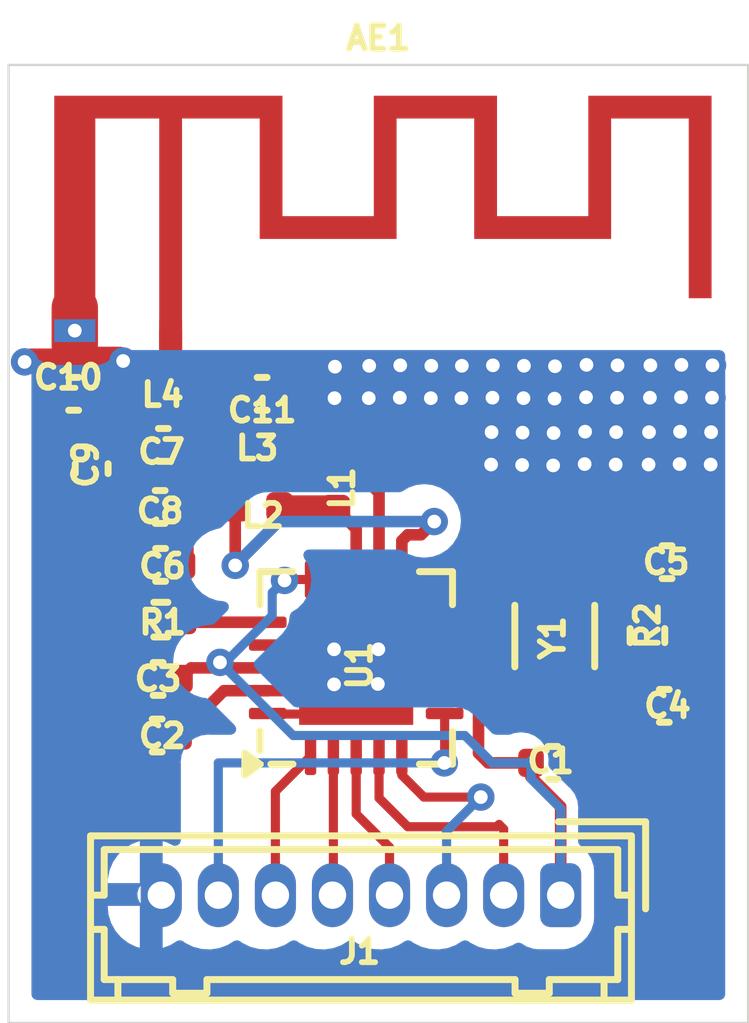
<source format=kicad_pcb>
(kicad_pcb (version 20240108) (generator "pcbnew") (generator_version "8.0")
  (layers (0 "F.Cu" signal) (31 "B.Cu" signal) (34 "B.Paste" user) (35 "F.Paste" user) (36 "B.SilkS" user "B.Silkscreen") (37 "F.SilkS" user "F.Silkscreen") (38 "B.Mask" user) (39 "F.Mask" user) (44 "Edge.Cuts" user))
  (net 0 "")
  (net 1 "Net-(AE1-A)")
  (net 2 "Net-(U1-XC2)")
  (net 3 "GND")
  (net 4 "VDD")
  (net 5 "Net-(U1-DVDD)")
  (net 6 "Net-(U1-VDD_PA)")
  (net 7 "Net-(U1-XC1)")
  (net 8 "Net-(J1-Pin_2)")
  (net 9 "Net-(J1-Pin_3)")
  (net 10 "Net-(J1-Pin_4)")
  (net 11 "Net-(J1-Pin_5)")
  (net 12 "Net-(J1-Pin_6)")
  (net 13 "Net-(J1-Pin_7)")
  (net 14 "Net-(U1-ANT1)")
  (net 15 "Net-(U1-ANT2)")
  (net 16 "Net-(U1-IREF)")
  (net 17 "Net-(C7-Pad1)")
  (net 18 "Net-(C10-Pad1)")
  (footprint "Capacitor_SMD:C_0402_1005Metric" (layer "F.Cu") (at 131.425 80.3)
    (property "Reference" "C1" (at -0.05 -0.04 0) (layer "F.SilkS") (effects (font (size 0.508 0.508) (thickness 0.1524))))
    (property "Value" "10n")
    (fp_line (start -0.107836 -0.36) (end 0.107836 -0.36) (stroke (width 0.1524)) (layer "F.SilkS"))
    (fp_line (start -0.107836 0.36) (end 0.107836 0.36) (stroke (width 0.1524)) (layer "F.SilkS"))
    (pad "1" smd roundrect (at -0.48 0) (size 0.56 0.62) (layers "F.Cu" "F.Paste" "F.Mask") (net 4 "VDD"))
    (pad "2" smd roundrect (at 0.48 0) (size 0.56 0.62) (layers "F.Cu" "F.Paste" "F.Mask") (net 3 "GND"))
  )
  (footprint "Capacitor_SMD:C_0402_1005Metric" (layer "F.Cu") (at 122.775 78.46 180)
    (property "Reference" "C3" (at 0 0 0) (layer "F.SilkS") (effects (font (size 0.508 0.508) (thickness 0.1524))))
    (property "Value" "1n")
    (fp_line (start -0.107836 0.36) (end 0.107836 0.36) (stroke (width 0.1524)) (layer "F.SilkS"))
    (fp_line (start -0.107836 -0.36) (end 0.107836 -0.36) (stroke (width 0.1524)) (layer "F.SilkS"))
    (pad "1" smd roundrect (at -0.48 0 180) (size 0.56 0.62) (layers "F.Cu" "F.Paste" "F.Mask") (net 4 "VDD"))
    (pad "2" smd roundrect (at 0.48 0 180) (size 0.56 0.62) (layers "F.Cu" "F.Paste" "F.Mask") (net 3 "GND"))
  )
  (footprint "Inductor_SMD:L_0402_1005Metric" (layer "F.Cu") (at 126.665 74.235 -90)
    (property "Reference" "L1" (at 0.045 -0.14 90) (layer "F.SilkS") (effects (font (size 0.508 0.508) (thickness 0.1524))))
    (property "Value" "8n2")
    (pad "1" smd roundrect (at -0.485 0 270) (size 0.59 0.64) (layers "F.Cu" "F.Paste" "F.Mask") (net 14 "Net-(U1-ANT1)"))
    (pad "2" smd roundrect (at 0.485 0 270) (size 0.59 0.64) (layers "F.Cu" "F.Paste" "F.Mask") (net 15 "Net-(U1-ANT2)"))
  )
  (footprint "Connector_Hirose:Hirose_DF13-08P-1.25DSA_1x08_P1.25mm_Vertical" (layer "F.Cu") (at 131.595 83.2 180)
    (property "Reference" "J1" (at 4.405 -1.24 0) (layer "F.SilkS") (effects (font (size 0.508 0.508) (thickness 0.1524))))
    (property "Value" "Conn_01x08_Pin")
    (fp_line (start 10.3 1.3) (end 10.3 -2.3) (stroke (width 0.1524)) (layer "F.SilkS"))
    (fp_line (start 10.3 -0.75) (end 10 -0.75) (stroke (width 0.1524)) (layer "F.SilkS"))
    (fp_line (start 10.3 -2.3) (end -1.55 -2.3) (stroke (width 0.1524)) (layer "F.SilkS"))
    (fp_line (start 10 1) (end 10 0) (stroke (width 0.1524)) (layer "F.SilkS"))
    (fp_line (start 10 0) (end 10.3 0) (stroke (width 0.1524)) (layer "F.SilkS"))
    (fp_line (start 10 -0.75) (end 10 -1.85) (stroke (width 0.1524)) (layer "F.SilkS"))
    (fp_line (start 10 -1.85) (end 9.7 -1.85) (stroke (width 0.1524)) (layer "F.SilkS"))
    (fp_line (start 9.7 -1.85) (end 9.7 -2.3) (stroke (width 0.1524)) (layer "F.SilkS"))
    (fp_line (start 8.5 -1.85) (end 9.7 -1.85) (stroke (width 0.1524)) (layer "F.SilkS"))
    (fp_line (start 8.5 -2.15) (end 8.5 -1.85) (stroke (width 0.1524)) (layer "F.SilkS"))
    (fp_line (start 7.75 -1.85) (end 7.75 -2.15) (stroke (width 0.1524)) (layer "F.SilkS"))
    (fp_line (start 7.75 -2.15) (end 8.5 -2.15) (stroke (width 0.1524)) (layer "F.SilkS"))
    (fp_line (start 1 -1.85) (end 7.75 -1.85) (stroke (width 0.1524)) (layer "F.SilkS"))
    (fp_line (start 1 -2.15) (end 1 -1.85) (stroke (width 0.1524)) (layer "F.SilkS"))
    (fp_line (start 0.25 -1.85) (end 0.25 -2.15) (stroke (width 0.1524)) (layer "F.SilkS"))
    (fp_line (start 0.25 -2.15) (end 1 -2.15) (stroke (width 0.1524)) (layer "F.SilkS"))
    (fp_line (start -0.95 -1.85) (end 0.25 -1.85) (stroke (width 0.1524)) (layer "F.SilkS"))
    (fp_line (start -0.95 -1.85) (end -0.95 -2.3) (stroke (width 0.1524)) (layer "F.SilkS"))
    (fp_line (start -1.25 1) (end 10 1) (stroke (width 0.1524)) (layer "F.SilkS"))
    (fp_line (start -1.25 0) (end -1.25 1) (stroke (width 0.1524)) (layer "F.SilkS"))
    (fp_line (start -1.25 -0.75) (end -1.25 -1.85) (stroke (width 0.1524)) (layer "F.SilkS"))
    (fp_line (start -1.25 -1.85) (end -0.95 -1.85) (stroke (width 0.1524)) (layer "F.SilkS"))
    (fp_line (start -1.55 1.3) (end 10.3 1.3) (stroke (width 0.1524)) (layer "F.SilkS"))
    (fp_line (start -1.55 0) (end -1.25 0) (stroke (width 0.1524)) (layer "F.SilkS"))
    (fp_line (start -1.55 -0.75) (end -1.25 -0.75) (stroke (width 0.1524)) (layer "F.SilkS"))
    (fp_line (start -1.55 -2.3) (end -1.55 1.3) (stroke (width 0.1524)) (layer "F.SilkS"))
    (fp_line (start -1.86 1.61) (end 0.05 1.61) (stroke (width 0.1524)) (layer "F.SilkS"))
    (fp_line (start -1.86 -0.3) (end -1.86 1.61) (stroke (width 0.1524)) (layer "F.SilkS"))
    (pad "1" thru_hole roundrect (at 0 0 180) (size 0.9 1.4) (drill 0.6) (layers "*.Cu" "*.Mask") (net 4 "VDD"))
    (pad "2" thru_hole oval (at 1.25 0 180) (size 0.9 1.4) (drill 0.6) (layers "*.Cu" "*.Mask") (net 8 "Net-(J1-Pin_2)"))
    (pad "3" thru_hole oval (at 2.5 0 180) (size 0.9 1.4) (drill 0.6) (layers "*.Cu" "*.Mask") (net 9 "Net-(J1-Pin_3)"))
    (pad "4" thru_hole oval (at 3.75 0 180) (size 0.9 1.4) (drill 0.6) (layers "*.Cu" "*.Mask") (net 10 "Net-(J1-Pin_4)"))
    (pad "5" thru_hole oval (at 5 0 180) (size 0.9 1.4) (drill 0.6) (layers "*.Cu" "*.Mask") (net 11 "Net-(J1-Pin_5)"))
    (pad "6" thru_hole oval (at 6.25 0 180) (size 0.9 1.4) (drill 0.6) (layers "*.Cu" "*.Mask") (net 12 "Net-(J1-Pin_6)"))
    (pad "7" thru_hole oval (at 7.5 0 180) (size 0.9 1.4) (drill 0.6) (layers "*.Cu" "*.Mask") (net 13 "Net-(J1-Pin_7)"))
    (pad "8" thru_hole oval (at 8.75 0 180) (size 0.9 1.4) (drill 0.6) (layers "*.Cu" "*.Mask") (net 3 "GND"))
  )
  (footprint "Resistor_SMD:R_0402_1005Metric" (layer "F.Cu") (at 133.495 77.51 90)
    (property "Reference" "R2" (at 0.22 0 90) (layer "F.SilkS") (effects (font (size 0.508 0.508) (thickness 0.1524))))
    (property "Value" "10M")
    (fp_line (start -0.153641 -0.38) (end 0.153641 -0.38) (stroke (width 0.1524)) (layer "F.SilkS"))
    (fp_line (start -0.153641 0.38) (end 0.153641 0.38) (stroke (width 0.1524)) (layer "F.SilkS"))
    (pad "1" smd roundrect (at -0.51 0 90) (size 0.54 0.64) (layers "F.Cu" "F.Paste" "F.Mask") (net 2 "Net-(U1-XC2)"))
    (pad "2" smd roundrect (at 0.51 0 90) (size 0.54 0.64) (layers "F.Cu" "F.Paste" "F.Mask") (net 7 "Net-(U1-XC1)"))
  )
  (footprint "Capacitor_SMD:C_0402_1005Metric" (layer "F.Cu") (at 122.89 73.33 180)
    (property "Reference" "C7" (at 0.04 -0.15 0) (layer "F.SilkS") (effects (font (size 0.508 0.508) (thickness 0.1524))))
    (property "Value" "1p5")
    (fp_line (start -0.107836 0.36) (end 0.107836 0.36) (stroke (width 0.1524)) (layer "F.SilkS"))
    (fp_line (start -0.107836 -0.36) (end 0.107836 -0.36) (stroke (width 0.1524)) (layer "F.SilkS"))
    (pad "1" smd roundrect (at -0.48 0 180) (size 0.56 0.62) (layers "F.Cu" "F.Paste" "F.Mask") (net 17 "Net-(C7-Pad1)"))
    (pad "2" smd roundrect (at 0.48 0 180) (size 0.56 0.62) (layers "F.Cu" "F.Paste" "F.Mask") (net 18 "Net-(C10-Pad1)"))
  )
  (footprint "Capacitor_SMD:C_0402_1005Metric" (layer "F.Cu") (at 122.82 74.69 180)
    (property "Reference" "C8" (at 0 -0.09 0) (layer "F.SilkS") (effects (font (size 0.508 0.508) (thickness 0.1524))))
    (property "Value" "~")
    (fp_line (start -0.107836 0.36) (end 0.107836 0.36) (stroke (width 0.1524)) (layer "F.SilkS"))
    (fp_line (start -0.107836 -0.36) (end 0.107836 -0.36) (stroke (width 0.1524)) (layer "F.SilkS"))
    (pad "1" smd roundrect (at -0.48 0 180) (size 0.56 0.62) (layers "F.Cu" "F.Paste" "F.Mask") (net 6 "Net-(U1-VDD_PA)"))
    (pad "2" smd roundrect (at 0.48 0 180) (size 0.56 0.62) (layers "F.Cu" "F.Paste" "F.Mask") (net 3 "GND"))
  )
  (footprint "Inductor_SMD:L_0402_1005Metric" (layer "F.Cu") (at 124.955 74.69 180)
    (property "Reference" "L2" (at -0.115 -0.19 0) (layer "F.SilkS") (effects (font (size 0.508 0.508) (thickness 0.1524))))
    (property "Value" "2n7")
    (pad "1" smd roundrect (at -0.485 0 180) (size 0.59 0.64) (layers "F.Cu" "F.Paste" "F.Mask") (net 15 "Net-(U1-ANT2)"))
    (pad "2" smd roundrect (at 0.485 0 180) (size 0.59 0.64) (layers "F.Cu" "F.Paste" "F.Mask") (net 6 "Net-(U1-VDD_PA)"))
  )
  (footprint "Capacitor_SMD:C_0402_1005Metric" (layer "F.Cu") (at 133.865 79.05)
    (property "Reference" "C4" (at 0.07 0 0) (layer "F.SilkS") (effects (font (size 0.508 0.508) (thickness 0.1524))))
    (property "Value" "22p")
    (fp_line (start -0.107836 -0.36) (end 0.107836 -0.36) (stroke (width 0.1524)) (layer "F.SilkS"))
    (fp_line (start -0.107836 0.36) (end 0.107836 0.36) (stroke (width 0.1524)) (layer "F.SilkS"))
    (pad "1" smd roundrect (at -0.48 0) (size 0.56 0.62) (layers "F.Cu" "F.Paste" "F.Mask") (net 2 "Net-(U1-XC2)"))
    (pad "2" smd roundrect (at 0.48 0) (size 0.56 0.62) (layers "F.Cu" "F.Paste" "F.Mask") (net 3 "GND"))
  )
  (footprint "Inductor_SMD:L_0402_1005Metric" (layer "F.Cu") (at 122.96 72.25)
    (property "Reference" "L4" (at -0.085 -0.02 0) (layer "F.SilkS") (effects (font (size 0.508 0.508) (thickness 0.1524))))
    (property "Value" "Lx")
    (pad "1" smd roundrect (at -0.485 0) (size 0.59 0.64) (layers "F.Cu" "F.Paste" "F.Mask") (net 18 "Net-(C10-Pad1)"))
    (pad "2" smd roundrect (at 0.485 0) (size 0.59 0.64) (layers "F.Cu" "F.Paste" "F.Mask") (net 1 "Net-(AE1-A)"))
  )
  (footprint "Resistor_SMD:R_0402_1005Metric" (layer "F.Cu") (at 122.835 77.16 180)
    (property "Reference" "R1" (at -0.04 -0.06 0) (layer "F.SilkS") (effects (font (size 0.508 0.508) (thickness 0.1524))))
    (property "Value" "22k")
    (fp_line (start -0.153641 0.38) (end 0.153641 0.38) (stroke (width 0.1524)) (layer "F.SilkS"))
    (fp_line (start -0.153641 -0.38) (end 0.153641 -0.38) (stroke (width 0.1524)) (layer "F.SilkS"))
    (pad "1" smd roundrect (at -0.51 0 180) (size 0.54 0.64) (layers "F.Cu" "F.Paste" "F.Mask") (net 16 "Net-(U1-IREF)"))
    (pad "2" smd roundrect (at 0.51 0 180) (size 0.54 0.64) (layers "F.Cu" "F.Paste" "F.Mask") (net 3 "GND"))
  )
  (footprint "Capacitor_SMD:C_0402_1005Metric" (layer "F.Cu") (at 122.755 79.7 180)
    (property "Reference" "C2" (at -0.11 -0.01 0) (layer "F.SilkS") (effects (font (size 0.508 0.508) (thickness 0.1524))))
    (property "Value" "33n")
    (fp_line (start -0.107836 0.36) (end 0.107836 0.36) (stroke (width 0.1524)) (layer "F.SilkS"))
    (fp_line (start -0.107836 -0.36) (end 0.107836 -0.36) (stroke (width 0.1524)) (layer "F.SilkS"))
    (pad "1" smd roundrect (at -0.48 0 180) (size 0.56 0.62) (layers "F.Cu" "F.Paste" "F.Mask") (net 5 "Net-(U1-DVDD)"))
    (pad "2" smd roundrect (at 0.48 0 180) (size 0.56 0.62) (layers "F.Cu" "F.Paste" "F.Mask") (net 3 "GND"))
  )
  (footprint "Crystal:Crystal_SMD_3215-2Pin_3.2x1.5mm" (layer "F.Cu") (at 131.465 77.52 -90)
    (property "Reference" "Y1" (at 0.04 0.05 90) (layer "F.SilkS") (effects (font (size 0.508 0.508) (thickness 0.1524))))
    (property "Value" "16MHz")
    (fp_line (start -0.675 0.875) (end 0.675 0.875) (stroke (width 0.1524)) (layer "F.SilkS"))
    (fp_line (start -0.675 -0.875) (end 0.675 -0.875) (stroke (width 0.1524)) (layer "F.SilkS"))
    (pad "1" smd rect (at 1.25 0 270) (size 1 1.8) (layers "F.Cu" "F.Paste" "F.Mask") (net 2 "Net-(U1-XC2)"))
    (pad "2" smd rect (at -1.25 0 270) (size 1 1.8) (layers "F.Cu" "F.Paste" "F.Mask") (net 7 "Net-(U1-XC1)"))
  )
  (footprint "Capacitor_SMD:C_0402_1005Metric" (layer "F.Cu") (at 125.055 72.21)
    (property "Reference" "C11" (at 0 0.36 0) (layer "F.SilkS") (effects (font (size 0.508 0.508) (thickness 0.1524))))
    (property "Value" "Cx")
    (fp_line (start -0.107836 -0.36) (end 0.107836 -0.36) (stroke (width 0.1524)) (layer "F.SilkS"))
    (fp_line (start -0.107836 0.36) (end 0.107836 0.36) (stroke (width 0.1524)) (layer "F.SilkS"))
    (pad "1" smd roundrect (at -0.48 0) (size 0.56 0.62) (layers "F.Cu" "F.Paste" "F.Mask") (net 1 "Net-(AE1-A)"))
    (pad "2" smd roundrect (at 0.48 0) (size 0.56 0.62) (layers "F.Cu" "F.Paste" "F.Mask") (net 3 "GND"))
  )
  (footprint "Capacitor_SMD:C_0402_1005Metric" (layer "F.Cu") (at 120.925 72.21 180)
    (property "Reference" "C10" (at 0.117836 0.36 0) (layer "F.SilkS") (effects (font (size 0.508 0.508) (thickness 0.1524))))
    (property "Value" "Cx")
    (fp_line (start -0.107836 0.36) (end 0.107836 0.36) (stroke (width 0.1524)) (layer "F.SilkS"))
    (fp_line (start -0.107836 -0.36) (end 0.107836 -0.36) (stroke (width 0.1524)) (layer "F.SilkS"))
    (pad "1" smd roundrect (at -0.48 0 180) (size 0.56 0.62) (layers "F.Cu" "F.Paste" "F.Mask") (net 18 "Net-(C10-Pad1)"))
    (pad "2" smd roundrect (at 0.48 0 180) (size 0.56 0.62) (layers "F.Cu" "F.Paste" "F.Mask") (net 3 "GND"))
  )
  (footprint "Capacitor_SMD:C_0402_1005Metric" (layer "F.Cu") (at 122.83 75.96 180)
    (property "Reference" "C6" (at -0.04 -0.03 0) (layer "F.SilkS") (effects (font (size 0.508 0.508) (thickness 0.1524))))
    (property "Value" "~")
    (fp_line (start -0.107836 0.36) (end 0.107836 0.36) (stroke (width 0.1524)) (layer "F.SilkS"))
    (fp_line (start -0.107836 -0.36) (end 0.107836 -0.36) (stroke (width 0.1524)) (layer "F.SilkS"))
    (pad "1" smd roundrect (at -0.48 0 180) (size 0.56 0.62) (layers "F.Cu" "F.Paste" "F.Mask") (net 6 "Net-(U1-VDD_PA)"))
    (pad "2" smd roundrect (at 0.48 0 180) (size 0.56 0.62) (layers "F.Cu" "F.Paste" "F.Mask") (net 3 "GND"))
  )
  (footprint "Capacitor_SMD:C_0402_1005Metric" (layer "F.Cu") (at 121.32 73.85 -90)
    (property "Reference" "C9" (at -0.09 0.13 90) (layer "F.SilkS") (effects (font (size 0.508 0.508) (thickness 0.1524))))
    (property "Value" "1p")
    (fp_line (start -0.107836 0.36) (end 0.107836 0.36) (stroke (width 0.1524)) (layer "F.SilkS"))
    (fp_line (start -0.107836 -0.36) (end 0.107836 -0.36) (stroke (width 0.1524)) (layer "F.SilkS"))
    (pad "1" smd roundrect (at -0.48 0 270) (size 0.56 0.62) (layers "F.Cu" "F.Paste" "F.Mask") (net 18 "Net-(C10-Pad1)"))
    (pad "2" smd roundrect (at 0.48 0 270) (size 0.56 0.62) (layers "F.Cu" "F.Paste" "F.Mask") (net 3 "GND"))
  )
  (footprint "Package_DFN_QFN:QFN-20-1EP_4x4mm_P0.5mm_EP2.5x2.5mm" (layer "F.Cu") (at 127.115 78.2175 90)
    (property "Reference" "U1" (at 0.05 0.0725 90) (layer "F.SilkS") (effects (font (size 0.508 0.508) (thickness 0.1524))))
    (property "Value" "NRF24L01")
    (fp_line (start 2.11 -2.11) (end 2.11 -1.385) (stroke (width 0.1524)) (layer "F.SilkS"))
    (fp_line (start 1.385 -2.11) (end 2.11 -2.11) (stroke (width 0.1524)) (layer "F.SilkS"))
    (fp_line (start -1.385 -2.11) (end -1.81 -2.11) (stroke (width 0.1524)) (layer "F.SilkS"))
    (fp_line (start -2.11 -1.385) (end -2.11 -1.87) (stroke (width 0.1524)) (layer "F.SilkS"))
    (fp_line (start 2.11 2.11) (end 2.11 1.385) (stroke (width 0.1524)) (layer "F.SilkS"))
    (fp_line (start 1.385 2.11) (end 2.11 2.11) (stroke (width 0.1524)) (layer "F.SilkS"))
    (fp_line (start -1.385 2.11) (end -2.11 2.11) (stroke (width 0.1524)) (layer "F.SilkS"))
    (fp_line (start -2.11 2.11) (end -2.11 1.385) (stroke (width 0.1524)) (layer "F.SilkS"))
    (fp_poly (pts (xy -2.11 -2.11) (xy -2.35 -2.44) (xy -1.87 -2.44) (xy -2.11 -2.11)) (stroke (width 0.1524)) (fill solid) (layer "F.SilkS"))
    (pad "1" smd roundrect (at -1.9375 -1 90) (size 0.825 0.25) (layers "F.Cu" "F.Paste" "F.Mask") (net 12 "Net-(J1-Pin_6)"))
    (pad "2" smd roundrect (at -1.9375 -0.5 90) (size 0.825 0.25) (layers "F.Cu" "F.Paste" "F.Mask") (net 11 "Net-(J1-Pin_5)"))
    (pad "3" smd roundrect (at -1.9375 0 90) (size 0.825 0.25) (layers "F.Cu" "F.Paste" "F.Mask") (net 10 "Net-(J1-Pin_4)"))
    (pad "4" smd roundrect (at -1.9375 0.5 90) (size 0.825 0.25) (layers "F.Cu" "F.Paste" "F.Mask") (net 8 "Net-(J1-Pin_2)"))
    (pad "5" smd roundrect (at -1.9375 1 90) (size 0.825 0.25) (layers "F.Cu" "F.Paste" "F.Mask") (net 9 "Net-(J1-Pin_3)"))
    (pad "6" smd roundrect (at -1 1.9375 90) (size 0.25 0.825) (layers "F.Cu" "F.Paste" "F.Mask") (net 13 "Net-(J1-Pin_7)"))
    (pad "7" smd roundrect (at -0.5 1.9375 90) (size 0.25 0.825) (layers "F.Cu" "F.Paste" "F.Mask") (net 4 "VDD"))
    (pad "8" smd roundrect (at 0 1.9375 90) (size 0.25 0.825) (layers "F.Cu" "F.Paste" "F.Mask") (net 3 "GND"))
    (pad "9" smd roundrect (at 0.5 1.9375 90) (size 0.25 0.825) (layers "F.Cu" "F.Paste" "F.Mask") (net 2 "Net-(U1-XC2)"))
    (pad "10" smd roundrect (at 1 1.9375 90) (size 0.25 0.825) (layers "F.Cu" "F.Paste" "F.Mask") (net 7 "Net-(U1-XC1)"))
    (pad "11" smd roundrect (at 1.9375 1 90) (size 0.825 0.25) (layers "F.Cu" "F.Paste" "F.Mask") (net 6 "Net-(U1-VDD_PA)"))
    (pad "12" smd roundrect (at 1.9375 0.5 90) (size 0.825 0.25) (layers "F.Cu" "F.Paste" "F.Mask") (net 14 "Net-(U1-ANT1)"))
    (pad "13" smd roundrect (at 1.9375 0 90) (size 0.825 0.25) (layers "F.Cu" "F.Paste" "F.Mask") (net 15 "Net-(U1-ANT2)"))
    (pad "14" smd roundrect (at 1.9375 -0.5 90) (size 0.825 0.25) (layers "F.Cu" "F.Paste" "F.Mask") (net 3 "GND"))
    (pad "15" smd roundrect (at 1.9375 -1 90) (size 0.825 0.25) (layers "F.Cu" "F.Paste" "F.Mask") (net 4 "VDD"))
    (pad "16" smd roundrect (at 1 -1.9375 90) (size 0.25 0.825) (layers "F.Cu" "F.Paste" "F.Mask") (net 16 "Net-(U1-IREF)"))
    (pad "17" smd roundrect (at 0.5 -1.9375 90) (size 0.25 0.825) (layers "F.Cu" "F.Paste" "F.Mask") (net 3 "GND"))
    (pad "18" smd roundrect (at 0 -1.9375 90) (size 0.25 0.825) (layers "F.Cu" "F.Paste" "F.Mask") (net 4 "VDD"))
    (pad "19" smd roundrect (at -0.5 -1.9375 90) (size 0.25 0.825) (layers "F.Cu" "F.Paste" "F.Mask") (net 5 "Net-(U1-DVDD)"))
    (pad "20" smd roundrect (at -1 -1.9375 90) (size 0.25 0.825) (layers "F.Cu" "F.Paste" "F.Mask") (net 3 "GND"))
    (pad "21" smd rect (at 0 0 90) (size 2.5 2.5) (property pad_prop_heatsink) (layers "F.Cu" "F.Mask"))
  )
  (footprint "RF_Antenna:Texas_SWRA117D_2.4GHz_Right" (layer "F.Cu") (at 123.05 70.825)
    (property "Reference" "AE1" (at 4.55 -6.41 0) (layer "F.SilkS") (effects (font (size 0.508 0.508) (thickness 0.1524))))
    (property "Value" "Antenna")
    (fp_poly (pts (xy 2.45 -2.51) (xy 4.45 -2.51) (xy 4.45 -5.15) (xy 7.15 -5.15) (xy 7.15 -2.51) (xy 9.15 -2.51) (xy 9.15 -5.15) (xy 11.85 -5.15) (xy 11.85 -0.71) (xy 11.35 -0.71) (xy 11.35 -4.65) (xy 9.65 -4.65) (xy 9.65 -2.01) (xy 6.65 -2.01) (xy 6.65 -4.65) (xy 4.95 -4.65) (xy 4.95 -2.01) (xy 1.95 -2.01) (xy 1.95 -4.65) (xy 0.25 -4.65) (xy 0.25 0.25) (xy -0.25 0.25) (xy -0.25 -4.65) (xy -1.65 -4.65) (xy -1.65 0.25) (xy -2.55 0.25) (xy -2.55 0.006785) (xy -2.247583 0.006785) (xy -2.237742 0.054395) (xy -2.213674 0.096797) (xy -2.175731 0.129581) (xy -2.167819 0.133935) (xy -2.125156 0.146043) (xy -2.076637 0.1453) (xy -2.031122 0.1324) (xy -2.012511 0.121787) (xy -1.978868 0.086553) (xy -1.958309 0.041368) (xy -1.951778 -0.008158) (xy -1.960218 -0.056417) (xy -1.977112 -0.088643) (xy -2.012372 -0.121313) (xy -2.057682 -0.141408) (xy -2.107267 -0.147982) (xy -2.155353 -0.140092) (xy -2.188245 -0.123186) (xy -2.223185 -0.086416) (xy -2.242847 -0.041622) (xy -2.247583 0.006785) (xy -2.55 0.006785) (xy -2.55 -5.15) (xy 2.45 -5.15) (xy 2.45 -2.51)) (fill solid) (layer "F.Cu"))
    (pad "1" connect rect (at 0 0) (size 0.5 0.5) (layers "F.Cu") (net 1 "Net-(AE1-A)"))
    (pad "2" thru_hole rect (at -2.1 0) (size 0.9 0.5) (drill 0.3) (layers "*.Cu"))
  )
  (footprint "Inductor_SMD:L_0402_1005Metric" (layer "F.Cu") (at 124.935 73.33 180)
    (property "Reference" "L3" (at -0.01 -0.07 0) (layer "F.SilkS") (effects (font (size 0.508 0.508) (thickness 0.1524))))
    (property "Value" "3n9")
    (pad "1" smd roundrect (at -0.485 0 180) (size 0.59 0.64) (layers "F.Cu" "F.Paste" "F.Mask") (net 14 "Net-(U1-ANT1)"))
    (pad "2" smd roundrect (at 0.485 0 180) (size 0.59 0.64) (layers "F.Cu" "F.Paste" "F.Mask") (net 17 "Net-(C7-Pad1)"))
  )
  (footprint "Capacitor_SMD:C_0402_1005Metric" (layer "F.Cu") (at 133.925 75.9)
    (property "Reference" "C5" (at -0.02 0 0) (layer "F.SilkS") (effects (font (size 0.508 0.508) (thickness 0.1524))))
    (property "Value" "22p")
    (fp_line (start -0.107836 -0.36) (end 0.107836 -0.36) (stroke (width 0.1524)) (layer "F.SilkS"))
    (fp_line (start -0.107836 0.36) (end 0.107836 0.36) (stroke (width 0.1524)) (layer "F.SilkS"))
    (pad "1" smd roundrect (at -0.48 0) (size 0.56 0.62) (layers "F.Cu" "F.Paste" "F.Mask") (net 7 "Net-(U1-XC1)"))
    (pad "2" smd roundrect (at 0.48 0) (size 0.56 0.62) (layers "F.Cu" "F.Paste" "F.Mask") (net 3 "GND"))
  )
  (gr_line (start 135.7 65) (end 135.7 86) (stroke (width 0.05)) (layer "Edge.Cuts"))
  (gr_line (start 135.7 86) (end 120.1 86) (stroke (width 0.05)) (layer "Edge.Cuts"))
  (gr_line (start 119.5 65) (end 119.5 86) (stroke (width 0.05)) (layer "Edge.Cuts"))
  (gr_line (start 119.5 86) (end 120.1 86) (stroke (width 0.05)) (layer "Edge.Cuts"))
  (gr_line (start 135.7 65) (end 119.5 65) (stroke (width 0.05)) (layer "Edge.Cuts"))
  (segment (start 123.05 70.825) (end 123.05 71.650262) (width 0.508) (layer "F.Cu") (net 1))
  (segment (start 124.535 72.25) (end 124.575 72.21) (width 0.2) (layer "F.Cu") (net 1))
  (segment (start 123.05 71.650262) (end 123.445 72.045262) (width 0.508) (layer "F.Cu") (net 1))
  (segment (start 123.445 72.25) (end 124.535 72.25) (width 0.508) (layer "F.Cu") (net 1))
  (segment (start 123.445 72.045262) (end 123.445 72.25) (width 0.508) (layer "F.Cu") (net 1))
  (segment (start 133.385 79.05) (end 131.745 79.05) (width 0.2) (layer "F.Cu") (net 2))
  (segment (start 130.4125 77.7175) (end 131.465 78.77) (width 0.2) (layer "F.Cu") (net 2))
  (segment (start 129.0525 77.7175) (end 130.4125 77.7175) (width 0.2) (layer "F.Cu") (net 2))
  (segment (start 133.385 78.13) (end 133.495 78.02) (width 0.2) (layer "F.Cu") (net 2))
  (segment (start 131.745 79.05) (end 131.465 78.77) (width 0.2) (layer "F.Cu") (net 2))
  (segment (start 133.385 79.05) (end 133.385 78.13) (width 0.2) (layer "F.Cu") (net 2))
  (segment (start 120.95 70.324738) (end 120.95 71.15) (width 1.016) (layer "F.Cu") (net 3))
  (segment (start 126.53 78.66) (end 126.53 79.2) (width 0.2) (layer "F.Cu") (net 3))
  (segment (start 128.95 78.2) (end 128.94 78.21) (width 0.2) (layer "F.Cu") (net 3))
  (segment (start 120.812631 71.47) (end 119.987369 71.47) (width 0.508) (layer "F.Cu") (net 3))
  (segment (start 126.57 77.75) (end 125.14 77.75) (width 0.2) (layer "F.Cu") (net 3))
  (segment (start 120.95 70.825) (end 120.95 71.89) (width 0) (layer "F.Cu") (net 3))
  (segment (start 126.49 79.23) (end 125.06 79.23) (width 0.2) (layer "F.Cu") (net 3))
  (segment (start 121.93 71.43) (end 121.104738 71.43) (width 0.508) (layer "F.Cu") (net 3))
  (segment (start 126.62 76.44) (end 126.62 77.87) (width 0.2) (layer "F.Cu") (net 3))
  (segment (start 120.95 70.825) (end 121.355 70.825) (width 0) (layer "F.Cu") (net 3))
  (segment (start 121.355 70.825) (end 121.666447 71.136447) (width 0) (layer "F.Cu") (net 3))
  (via (at 130.78 72.305) (size 0.6) (drill 0.3) (layers "F.Cu" "B.Cu") (net 3))
  (via (at 128.75 72.305) (size 0.6) (drill 0.3) (layers "F.Cu" "B.Cu") (net 3))
  (via (at 128.76 71.595) (size 0.6) (drill 0.3) (layers "F.Cu" "B.Cu") (net 3))
  (via (at 126.65 71.615) (size 0.6) (drill 0.3) (layers "F.Cu" "B.Cu") (net 3))
  (via (at 134.21 73.04) (size 0.6) (drill 0.3) (layers "F.Cu" "B.Cu") (net 3))
  (via (at 132.15 72.285) (size 0.6) (drill 0.3) (layers "F.Cu" "B.Cu") (net 3))
  (via (at 132.13 73.04) (size 0.6) (drill 0.3) (layers "F.Cu" "B.Cu") (net 3))
  (via (at 122.01 71.49) (size 0.6) (drill 0.3) (layers "F.Cu" "B.Cu") (net 3))
  (via (at 132.81 73.05) (size 0.6) (drill 0.3) (layers "F.Cu" "B.Cu") (net 3))
  (via (at 127.39 72.305) (size 0.6) (drill 0.3) (layers "F.Cu" "B.Cu") (net 3))
  (via (at 127.59 78.57) (size 0.6) (drill 0.3) (layers "F.Cu" "B.Cu") (net 3))
  (via (at 132.83 72.295) (size 0.6) (drill 0.3) (layers "F.Cu" "B.Cu") (net 3))
  (via (at 131.46 72.315) (size 0.6) (drill 0.3) (layers "F.Cu" "B.Cu") (net 3))
  (via (at 134.2 73.75) (size 0.6) (drill 0.3) (layers "F.Cu" "B.Cu") (net 3))
  (via (at 134.23 72.285) (size 0.6) (drill 0.3) (layers "F.Cu" "B.Cu") (net 3))
  (via (at 133.52 73.76) (size 0.6) (drill 0.3) (layers "F.Cu" "B.Cu") (net 3))
  (via (at 126.63 78.58) (size 0.6) (drill 0.3) (layers "F.Cu" "B.Cu") (net 3))
  (via (at 131.44 73.07) (size 0.6) (drill 0.3) (layers "F.Cu" "B.Cu") (net 3))
  (via (at 130.07 73.76) (size 0.6) (drill 0.3) (layers "F.Cu" "B.Cu") (net 3))
  (via (at 134.88 73.76) (size 0.6) (drill 0.3) (layers "F.Cu" "B.Cu") (net 3))
  (via (at 133.56 71.585) (size 0.6) (drill 0.3) (layers "F.Cu" "B.Cu") (net 3))
  (via (at 132.16 71.575) (size 0.6) (drill 0.3) (layers "F.Cu" "B.Cu") (net 3))
  (via (at 130.75 73.77) (size 0.6) (drill 0.3) (layers "F.Cu" "B.Cu") (net 3))
  (via (at 133.55 72.295) (size 0.6) (drill 0.3) (layers "F.Cu" "B.Cu") (net 3))
  (via (at 129.43 71.595) (size 0.6) (drill 0.3) (layers "F.Cu" "B.Cu") (net 3))
  (via (at 131.43 73.78) (size 0.6) (drill 0.3) (layers "F.Cu" "B.Cu") (net 3))
  (via (at 134.24 71.575) (size 0.6) (drill 0.3) (layers "F.Cu" "B.Cu") (net 3))
  (via (at 119.85 71.51) (size 0.6) (drill 0.3) (layers "F.Cu" "B.Cu") (net 3))
  (via (at 130.76 73.06) (size 0.6) (drill 0.3) (layers "F.Cu" "B.Cu") (net 3))
  (via (at 130.1 72.295) (size 0.6) (drill 0.3) (layers "F.Cu" "B.Cu") (net 3))
  (via (at 126.63 77.81) (size 0.6) (drill 0.3) (layers "F.Cu" "B.Cu") (net 3))
  (via (at 130.08 73.05) (size 0.6) (drill 0.3) (layers "F.Cu" "B.Cu") (net 3))
  (via (at 132.12 73.75) (size 0.6) (drill 0.3) (layers "F.Cu" "B.Cu") (net 3))
  (via (at 128.08 71.585) (size 0.6) (drill 0.3) (layers "F.Cu" "B.Cu") (net 3))
  (via (at 132.84 71.585) (size 0.6) (drill 0.3) (layers "F.Cu" "B.Cu") (net 3))
  (via (at 134.91 72.295) (size 0.6) (drill 0.3) (layers "F.Cu" "B.Cu") (net 3))
  (via (at 128.07 72.295) (size 0.6) (drill 0.3) (layers "F.Cu" "B.Cu") (net 3))
  (via (at 127.4 71.595) (size 0.6) (drill 0.3) (layers "F.Cu" "B.Cu") (net 3))
  (via (at 127.6 77.81) (size 0.6) (drill 0.3) (layers "F.Cu" "B.Cu") (net 3))
  (via (at 134.92 71.585) (size 0.6) (drill 0.3) (layers "F.Cu" "B.Cu") (net 3))
  (via (at 131.47 71.605) (size 0.6) (drill 0.3) (layers "F.Cu" "B.Cu") (net 3))
  (via (at 134.89 73.05) (size 0.6) (drill 0.3) (layers "F.Cu" "B.Cu") (net 3))
  (via (at 129.42 72.305) (size 0.6) (drill 0.3) (layers "F.Cu" "B.Cu") (net 3))
  (via (at 130.11 71.585) (size 0.6) (drill 0.3) (layers "F.Cu" "B.Cu") (net 3))
  (via (at 126.64 72.305) (size 0.6) (drill 0.3) (layers "F.Cu" "B.Cu") (net 3))
  (via (at 130.79 71.595) (size 0.6) (drill 0.3) (layers "F.Cu" "B.Cu") (net 3))
  (via (at 132.8 73.76) (size 0.6) (drill 0.3) (layers "F.Cu" "B.Cu") (net 3))
  (via (at 133.53 73.05) (size 0.6) (drill 0.3) (layers "F.Cu" "B.Cu") (net 3))
  (segment (start 125.1775 78.2175) (end 123.4975 78.2175) (width 0.254) (layer "F.Cu") (net 4))
  (segment (start 130.945 80.609999) (end 131.595 81.259999) (width 0.254) (layer "F.Cu") (net 4))
  (segment (start 125.565 76.28) (end 125.545 76.3) (width 0.2) (layer "F.Cu") (net 4))
  (segment (start 131.595 81.259999) (end 131.595 83.2) (width 0.254) (layer "F.Cu") (net 4))
  (segment (start 126.115 76.28) (end 125.565 76.28) (width 0.2) (layer "F.Cu") (net 4))
  (segment (start 130.945 80.3) (end 130.945 80.609999) (width 0.254) (layer "F.Cu") (net 4))
  (segment (start 129.795 80.0875) (end 130.0075 80.3) (width 0.254) (layer "F.Cu") (net 4))
  (segment (start 130.0075 80.3) (end 130.945 80.3) (width 0.254) (layer "F.Cu") (net 4))
  (segment (start 129.0525 78.7175) (end 129.517568 78.7175) (width 0.254) (layer "F.Cu") (net 4))
  (segment (start 129.517568 78.7175) (end 129.795 78.994932) (width 0.254) (layer "F.Cu") (net 4))
  (segment (start 129.795 78.994932) (end 129.795 80.0875) (width 0.254) (layer "F.Cu") (net 4))
  (segment (start 123.4975 78.2175) (end 123.255 78.46) (width 0.254) (layer "F.Cu") (net 4))
  (via (at 125.545 76.3) (size 0.6) (drill 0.3) (layers "F.Cu" "B.Cu") (net 4))
  (via (at 124.130509 78.096563) (size 0.6) (drill 0.3) (layers "F.Cu" "B.Cu") (net 4))
  (segment (start 124.130509 78.096563) (end 125.733946 79.7) (width 0.2) (layer "B.Cu") (net 4))
  (segment (start 130.895 80.3) (end 130.945 80.25) (width 0.2) (layer "B.Cu") (net 4))
  (segment (start 125.275 77.07) (end 124.145 78.2) (width 0.2) (layer "B.Cu") (net 4))
  (segment (start 131.595 81.3) (end 131.595 83.2) (width 0.2) (layer "B.Cu") (net 4))
  (segment (start 130.945 80.65) (end 131.595 81.3) (width 0.2) (layer "B.Cu") (net 4))
  (segment (start 124.145 78.111054) (end 124.130509 78.096563) (width 0.2) (layer "B.Cu") (net 4))
  (segment (start 130.095 80.3) (end 130.895 80.3) (width 0.2) (layer "B.Cu") (net 4))
  (segment (start 125.275 76.57) (end 125.275 77.07) (width 0.2) (layer "B.Cu") (net 4))
  (segment (start 125.733946 79.7) (end 129.495 79.7) (width 0.2) (layer "B.Cu") (net 4))
  (segment (start 130.945 80.25) (end 130.945 80.65) (width 0.2) (layer "B.Cu") (net 4))
  (segment (start 129.495 79.7) (end 130.095 80.3) (width 0.2) (layer "B.Cu") (net 4))
  (segment (start 124.145 78.2) (end 124.145 78.111054) (width 0.2) (layer "B.Cu") (net 4))
  (segment (start 125.545 76.3) (end 125.275 76.57) (width 0.2) (layer "B.Cu") (net 4))
  (segment (start 125.1775 78.7175) (end 124.2175 78.7175) (width 0.254) (layer "F.Cu") (net 5))
  (segment (start 124.2175 78.7175) (end 123.235 79.7) (width 0.254) (layer "F.Cu") (net 5))
  (segment (start 128.115 76.28) (end 128.115 75.43) (width 0.254) (layer "F.Cu") (net 6))
  (segment (start 123.3 74.69) (end 123.3 75.95) (width 0.508) (layer "F.Cu") (net 6))
  (segment (start 128.245 75.3) (end 128.535 75.3) (width 0.254) (layer "F.Cu") (net 6))
  (segment (start 124.47 74.69) (end 123.3 74.69) (width 0.508) (layer "F.Cu") (net 6))
  (segment (start 128.535 75.3) (end 128.825 75.01) (width 0.254) (layer "F.Cu") (net 6))
  (segment (start 128.115 75.43) (end 128.245 75.3) (width 0.254) (layer "F.Cu") (net 6))
  (segment (start 124.465 75.97) (end 124.465 74.695) (width 0.254) (layer "F.Cu") (net 6))
  (segment (start 123.3 75.95) (end 123.31 75.96) (width 0.508) (layer "F.Cu") (net 6))
  (segment (start 124.465 74.695) (end 124.47 74.69) (width 0.254) (layer "F.Cu") (net 6))
  (via (at 128.825 75.01) (size 0.6) (drill 0.3) (layers "F.Cu" "B.Cu") (net 6))
  (via (at 124.465 75.97) (size 0.6) (drill 0.3) (layers "F.Cu" "B.Cu") (net 6))
  (segment (start 125.415 75.01) (end 124.455 75.97) (width 0.254) (layer "B.Cu") (net 6))
  (segment (start 124.455 75.97) (end 124.465 75.97) (width 0.254) (layer "B.Cu") (net 6))
  (segment (start 128.825 75.01) (end 125.415 75.01) (width 0.254) (layer "B.Cu") (net 6))
  (segment (start 130.5175 77.2175) (end 131.465 76.27) (width 0.2) (layer "F.Cu") (net 7))
  (segment (start 133.075 76.27) (end 133.445 75.9) (width 0.2) (layer "F.Cu") (net 7))
  (segment (start 131.465 76.27) (end 133.075 76.27) (width 0.2) (layer "F.Cu") (net 7))
  (segment (start 133.445 75.9) (end 133.445 76.95) (width 0.2) (layer "F.Cu") (net 7))
  (segment (start 129.0525 77.2175) (end 130.5175 77.2175) (width 0.2) (layer "F.Cu") (net 7))
  (segment (start 133.445 76.95) (end 133.495 77) (width 0.2) (layer "F.Cu") (net 7))
  (segment (start 130.195 81.7) (end 130.245 81.65) (width 0.2) (layer "F.Cu") (net 8))
  (segment (start 128.245 81.7) (end 130.195 81.7) (width 0.2) (layer "F.Cu") (net 8))
  (segment (start 127.615 81.07) (end 128.245 81.7) (width 0.2) (layer "F.Cu") (net 8))
  (segment (start 127.615 80.155) (end 127.615 81.07) (width 0.2) (layer "F.Cu") (net 8))
  (segment (start 130.345 81.75) (end 130.345 83.2) (width 0.2) (layer "F.Cu") (net 8))
  (segment (start 130.245 81.65) (end 130.345 81.75) (width 0.2) (layer "F.Cu") (net 8))
  (segment (start 128.597501 81.05) (end 129.845 81.05) (width 0.2) (layer "F.Cu") (net 9))
  (segment (start 128.115 80.567499) (end 128.597501 81.05) (width 0.2) (layer "F.Cu") (net 9))
  (segment (start 128.115 80.155) (end 128.115 80.567499) (width 0.2) (layer "F.Cu") (net 9))
  (via (at 129.845 81.05) (size 0.6) (drill 0.3) (layers "F.Cu" "B.Cu") (net 9))
  (segment (start 129.845 81.05) (end 129.095 81.8) (width 0.2) (layer "B.Cu") (net 9))
  (segment (start 129.095 81.8) (end 129.095 83.2) (width 0.2) (layer "B.Cu") (net 9))
  (segment (start 127.115 81.42) (end 127.845 82.15) (width 0.2) (layer "F.Cu") (net 10))
  (segment (start 127.845 82.15) (end 127.845 83.2) (width 0.2) (layer "F.Cu") (net 10))
  (segment (start 127.115 80.155) (end 127.115 81.42) (width 0.2) (layer "F.Cu") (net 10))
  (segment (start 126.615 80.155) (end 126.615 83.18) (width 0.2) (layer "F.Cu") (net 11))
  (segment (start 126.615 83.18) (end 126.595 83.2) (width 0.2) (layer "F.Cu") (net 11))
  (segment (start 125.615 82.93) (end 125.345 83.2) (width 0.2) (layer "F.Cu") (net 12))
  (segment (start 125.345 80.925) (end 125.345 83.2) (width 0.2) (layer "F.Cu") (net 12))
  (segment (start 126.115 80.155) (end 125.345 80.925) (width 0.2) (layer "F.Cu") (net 12))
  (segment (start 129.0525 79.2175) (end 129.0525 80.2925) (width 0.2) (layer "F.Cu") (net 13))
  (segment (start 129.0525 80.2925) (end 129.045 80.3) (width 0.2) (layer "F.Cu") (net 13))
  (via (at 129.045 80.3) (size 0.6) (drill 0.3) (layers "F.Cu" "B.Cu") (net 13))
  (segment (start 124.095 80.3) (end 124.095 83.2) (width 0.2) (layer "B.Cu") (net 13))
  (segment (start 129.045 80.3) (end 124.095 80.3) (width 0.2) (layer "B.Cu") (net 13))
  (segment (start 126.984999 73.75) (end 126.665 73.75) (width 0.254) (layer "F.Cu") (net 14))
  (segment (start 127.615 76.28) (end 127.615 74.380001) (width 0.254) (layer "F.Cu") (net 14))
  (segment (start 125.42 73.33) (end 126.245 73.33) (width 0.508) (layer "F.Cu") (net 14))
  (segment (start 126.245 73.33) (end 126.665 73.75) (width 0.508) (layer "F.Cu") (net 14))
  (segment (start 127.615 74.380001) (end 126.984999 73.75) (width 0.254) (layer "F.Cu") (net 14))
  (segment (start 127.115 76.28) (end 127.115 75.17) (width 0.254) (layer "F.Cu") (net 15))
  (segment (start 125.44 74.69) (end 126.635 74.69) (width 0.508) (layer "F.Cu") (net 15))
  (segment (start 127.115 75.17) (end 126.665 74.72) (width 0.254) (layer "F.Cu") (net 15))
  (segment (start 126.665 74.72) (end 126.635 74.69) (width 0.508) (layer "F.Cu") (net 15))
  (segment (start 125.1775 77.2175) (end 123.4025 77.2175) (width 0.254) (layer "F.Cu") (net 16))
  (segment (start 123.4025 77.2175) (end 123.345 77.16) (width 0.254) (layer "F.Cu") (net 16))
  (segment (start 123.37 73.33) (end 124.45 73.33) (width 0.508) (layer "F.Cu") (net 17))
  (segment (start 122.41 73.33) (end 122.41 72.315) (width 0.508) (layer "F.Cu") (net 18))
  (segment (start 122.41 72.315) (end 122.475 72.25) (width 0.508) (layer "F.Cu") (net 18))
  (segment (start 121.405 73.285) (end 121.32 73.37) (width 0.508) (layer "F.Cu") (net 18))
  (segment (start 122.37 73.37) (end 122.41 73.33) (width 0.508) (layer "F.Cu") (net 18))
  (segment (start 121.32 73.37) (end 122.37 73.37) (width 0.508) (layer "F.Cu") (net 18))
  (segment (start 121.405 72.21) (end 121.405 73.285) (width 0.508) (layer "F.Cu") (net 18))
  (zone (net 3) (net_name "GND") (layer "B.Cu") (connect_pads (clearance 0.5)) (min_thickness 0.25) (fill yes (thermal_gap 0.5) (thermal_bridge_width 0.5))
    (polygon (pts (xy 119.5 71.25) (xy 135.7 71.25) (xy 135.7 86) (xy 119.5 86)))
  )
)
</source>
